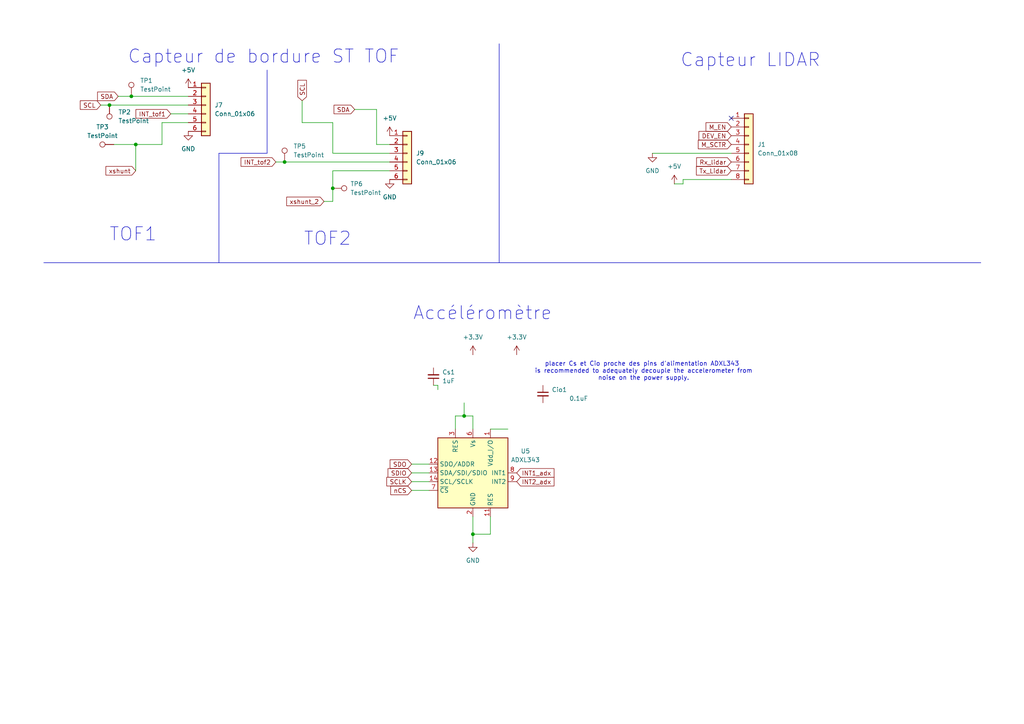
<source format=kicad_sch>
(kicad_sch (version 20231120) (generator "eeschema") (generator_version "8.0")
  (paper "A4")
  (lib_symbols
    (symbol "Connector:TestPoint" (pin_numbers hide) (pin_names (offset 0.762) hide)
      (property "Reference" "TP" (at 0 6.858 0))
      (property "Value" "TestPoint" (at 0 5.08 0))
      (symbol "TestPoint_0_1"
        (circle (center 0 3.302) (radius 0.762))
      )
      (symbol "TestPoint_1_1"
        (pin passive line (at 0 0 90) (length 2.54) (name "1") (number "1"))
      )
    )
    (symbol "Connector_Generic:Conn_01x06" (pin_names (offset 1.016) hide)
      (property "Reference" "J" (at 0 7.62 0))
      (property "Value" "Conn_01x06" (at 0 -10.16 0))
      (symbol "Conn_01x06_1_1"
        (rectangle (start -1.27 -7.493) (end 0 -7.747) (stroke (width 0.1524)))
        (rectangle (start -1.27 -4.953) (end 0 -5.207) (stroke (width 0.1524)))
        (rectangle (start -1.27 -2.413) (end 0 -2.667) (stroke (width 0.1524)))
        (rectangle (start -1.27 0.127) (end 0 -0.127) (stroke (width 0.1524)))
        (rectangle (start -1.27 2.667) (end 0 2.413) (stroke (width 0.1524)))
        (rectangle (start -1.27 5.207) (end 0 4.953) (stroke (width 0.1524)))
        (rectangle (start -1.27 6.35) (end 1.27 -8.89) (stroke (width 0.254)) (fill (type background)))
        (pin passive line (at -5.08 5.08 0) (length 3.81) (name "Pin_1") (number "1"))
        (pin passive line (at -5.08 2.54 0) (length 3.81) (name "Pin_2") (number "2"))
        (pin passive line (at -5.08 0 0) (length 3.81) (name "Pin_3") (number "3"))
        (pin passive line (at -5.08 -2.54 0) (length 3.81) (name "Pin_4") (number "4"))
        (pin passive line (at -5.08 -5.08 0) (length 3.81) (name "Pin_5") (number "5"))
        (pin passive line (at -5.08 -7.62 0) (length 3.81) (name "Pin_6") (number "6"))
      )
    )
    (symbol "Connector_Generic:Conn_01x08" (pin_names (offset 1.016) hide)
      (property "Reference" "J" (at 0 10.16 0))
      (property "Value" "Conn_01x08" (at 0 -12.7 0))
      (symbol "Conn_01x08_1_1"
        (rectangle (start -1.27 -10.033) (end 0 -10.287) (stroke (width 0.1524)))
        (rectangle (start -1.27 -7.493) (end 0 -7.747) (stroke (width 0.1524)))
        (rectangle (start -1.27 -4.953) (end 0 -5.207) (stroke (width 0.1524)))
        (rectangle (start -1.27 -2.413) (end 0 -2.667) (stroke (width 0.1524)))
        (rectangle (start -1.27 0.127) (end 0 -0.127) (stroke (width 0.1524)))
        (rectangle (start -1.27 2.667) (end 0 2.413) (stroke (width 0.1524)))
        (rectangle (start -1.27 5.207) (end 0 4.953) (stroke (width 0.1524)))
        (rectangle (start -1.27 7.747) (end 0 7.493) (stroke (width 0.1524)))
        (rectangle (start -1.27 8.89) (end 1.27 -11.43) (stroke (width 0.254)) (fill (type background)))
        (pin passive line (at -5.08 7.62 0) (length 3.81) (name "Pin_1") (number "1"))
        (pin passive line (at -5.08 5.08 0) (length 3.81) (name "Pin_2") (number "2"))
        (pin passive line (at -5.08 2.54 0) (length 3.81) (name "Pin_3") (number "3"))
        (pin passive line (at -5.08 0 0) (length 3.81) (name "Pin_4") (number "4"))
        (pin passive line (at -5.08 -2.54 0) (length 3.81) (name "Pin_5") (number "5"))
        (pin passive line (at -5.08 -5.08 0) (length 3.81) (name "Pin_6") (number "6"))
        (pin passive line (at -5.08 -7.62 0) (length 3.81) (name "Pin_7") (number "7"))
        (pin passive line (at -5.08 -10.16 0) (length 3.81) (name "Pin_8") (number "8"))
      )
    )
    (symbol "Device:C_Small" (pin_numbers hide) (pin_names (offset 0.254) hide)
      (property "Reference" "C" (at 0.254 1.778 0))
      (property "Value" "C_Small" (at 0.254 -2.032 0))
      (symbol "C_Small_0_1"
        (polyline (pts (xy -1.524 -0.508) (xy 1.524 -0.508)) (stroke (width 0.3302)))
        (polyline (pts (xy -1.524 0.508) (xy 1.524 0.508)) (stroke (width 0.3048)))
      )
      (symbol "C_Small_1_1"
        (pin passive line (at 0 2.54 270) (length 2.032) (name "~") (number "1"))
        (pin passive line (at 0 -2.54 90) (length 2.032) (name "~") (number "2"))
      )
    )
    (symbol "Sensor_Motion:ADXL343"
      (property "Reference" "U" (at -8.89 11.43 0))
      (property "Value" "ADXL343" (at -7.62 -11.43 0))
      (symbol "ADXL343_0_1"
        (rectangle (start -10.16 10.16) (end 10.16 -10.16) (stroke (width 0.254)) (fill (type background)))
      )
      (symbol "ADXL343_1_1"
        (pin power_in line (at 5.08 12.7 270) (length 2.54) (name "Vdd_I/O") (number "1"))
        (pin no_connect line (at -5.08 -10.16 90) (length 2.54) hide (name "NC") (number "10"))
        (pin passive line (at 5.08 -12.7 90) (length 2.54) (name "RES") (number "11"))
        (pin bidirectional line (at -12.7 2.54 0) (length 2.54) (name "SDO/ADDR") (number "12"))
        (pin bidirectional line (at -12.7 0 0) (length 2.54) (name "SDA/SDI/SDIO") (number "13"))
        (pin input line (at -12.7 -2.54 0) (length 2.54) (name "SCL/SCLK") (number "14"))
        (pin power_in line (at 0 -12.7 90) (length 2.54) (name "GND") (number "2"))
        (pin passive line (at -5.08 12.7 270) (length 2.54) (name "RES") (number "3"))
        (pin passive line (at 0 -12.7 90) (length 2.54) hide (name "GND") (number "4"))
        (pin passive line (at 0 -12.7 90) (length 2.54) hide (name "GND") (number "5"))
        (pin power_in line (at 0 12.7 270) (length 2.54) (name "Vs") (number "6"))
        (pin input line (at -12.7 -5.08 0) (length 2.54) (name "~{CS}") (number "7"))
        (pin output line (at 12.7 0 180) (length 2.54) (name "INT1") (number "8"))
        (pin output line (at 12.7 -2.54 180) (length 2.54) (name "INT2") (number "9"))
      )
    )
    (symbol "power:+3.3V" (power) (pin_numbers hide) (pin_names (offset 0) hide)
      (property "Value" "+3.3V" (at 0 3.556 0))
      (symbol "+3.3V_0_1"
        (polyline (pts (xy -0.762 1.27) (xy 0 2.54)))
        (polyline (pts (xy 0 0) (xy 0 2.54)))
        (polyline (pts (xy 0 2.54) (xy 0.762 1.27)))
      )
      (symbol "+3.3V_1_1"
        (pin power_in line (at 0 0 90) (length 0) (name "~") (number "1"))
      )
    )
    (symbol "power:+5V" (power) (pin_numbers hide) (pin_names (offset 0) hide)
      (property "Value" "+5V" (at 0 3.556 0))
      (symbol "+5V_0_1"
        (polyline (pts (xy -0.762 1.27) (xy 0 2.54)))
        (polyline (pts (xy 0 0) (xy 0 2.54)))
        (polyline (pts (xy 0 2.54) (xy 0.762 1.27)))
      )
      (symbol "+5V_1_1"
        (pin power_in line (at 0 0 90) (length 0) (name "~") (number "1"))
      )
    )
    (symbol "power:GND" (power) (pin_numbers hide) (pin_names (offset 0) hide)
      (property "Value" "GND" (at 0 -3.81 0))
      (symbol "GND_0_1"
        (polyline (pts (xy 0 0) (xy 0 -1.27) (xy 1.27 -1.27) (xy 0 -2.54) (xy -1.27 -1.27) (xy 0 -1.27)))
      )
      (symbol "GND_1_1"
        (pin power_in line (at 0 0 270) (length 0) (name "~") (number "1"))
      )
    )
  )
  (junction (at 96.52 54.61))
  (junction (at 134.62 120.65))
  (junction (at 137.16 154.94))
  (junction (at 82.55 46.99))
  (junction (at 39.37 41.91))
  (junction (at 31.75 30.48))
  (junction (at 38.1 27.94))
  (no_connect (at 212.09 34.29))
  (wire (pts (xy 96.52 49.53) (xy 113.03 49.53)))
  (wire (pts (xy 39.37 49.53) (xy 39.37 41.91)))
  (wire (pts (xy 134.62 120.65) (xy 137.16 120.65)))
  (wire (pts (xy 147.32 124.46) (xy 142.24 124.46)))
  (wire (pts (xy 93.98 58.42) (xy 96.52 58.42)))
  (wire (pts (xy 137.16 124.46) (xy 137.16 120.65)))
  (wire (pts (xy 137.16 149.86) (xy 137.16 154.94)))
  (wire (pts (xy 119.38 142.24) (xy 124.46 142.24)))
  (wire (pts (xy 87.63 35.56) (xy 96.52 35.56)))
  (wire (pts (xy 142.24 149.86) (xy 142.24 154.94)))
  (wire (pts (xy 34.29 27.94) (xy 38.1 27.94)))
  (polyline (pts (xy 144.78 76.2) (xy 284.48 76.2)))
  (wire (pts (xy 102.87 31.75) (xy 109.22 31.75)))
  (wire (pts (xy 198.12 52.07) (xy 212.09 52.07)))
  (wire (pts (xy 29.21 30.48) (xy 31.75 30.48)))
  (polyline (pts (xy 77.47 20.32) (xy 77.47 44.45)))
  (wire (pts (xy 82.55 46.99) (xy 113.03 46.99)))
  (wire (pts (xy 96.52 35.56) (xy 96.52 44.45)))
  (wire (pts (xy 46.99 35.56) (xy 46.99 41.91)))
  (wire (pts (xy 132.08 124.46) (xy 132.08 120.65)))
  (polyline (pts (xy 12.7 76.2) (xy 144.78 76.2)))
  (wire (pts (xy 132.08 120.65) (xy 134.62 120.65)))
  (wire (pts (xy 33.02 41.91) (xy 39.37 41.91)))
  (wire (pts (xy 39.37 41.91) (xy 46.99 41.91)))
  (wire (pts (xy 96.52 58.42) (xy 96.52 54.61)))
  (polyline (pts (xy 63.5 44.45) (xy 63.5 76.2)))
  (wire (pts (xy 96.52 44.45) (xy 113.03 44.45)))
  (wire (pts (xy 80.01 46.99) (xy 82.55 46.99)))
  (wire (pts (xy 137.16 154.94) (xy 137.16 157.48)))
  (polyline (pts (xy 77.47 44.45) (xy 63.5 44.45)))
  (wire (pts (xy 119.38 134.62) (xy 124.46 134.62)))
  (wire (pts (xy 198.12 53.34) (xy 198.12 52.07)))
  (wire (pts (xy 96.52 54.61) (xy 96.52 49.53)))
  (wire (pts (xy 46.99 35.56) (xy 54.61 35.56)))
  (wire (pts (xy 49.53 33.02) (xy 54.61 33.02)))
  (wire (pts (xy 109.22 41.91) (xy 113.03 41.91)))
  (wire (pts (xy 109.22 31.75) (xy 109.22 41.91)))
  (wire (pts (xy 119.38 139.7) (xy 124.46 139.7)))
  (wire (pts (xy 87.63 29.21) (xy 87.63 35.56)))
  (wire (pts (xy 134.62 120.65) (xy 134.62 116.84)))
  (wire (pts (xy 127 111.76) (xy 125.73 111.76)))
  (wire (pts (xy 31.75 30.48) (xy 54.61 30.48)))
  (wire (pts (xy 137.16 154.94) (xy 142.24 154.94)))
  (wire (pts (xy 38.1 27.94) (xy 54.61 27.94)))
  (wire (pts (xy 119.38 137.16) (xy 124.46 137.16)))
  (polyline (pts (xy 144.78 12.7) (xy 144.78 76.2)))
  (wire (pts (xy 189.23 44.45) (xy 212.09 44.45)))
  (wire (pts (xy 127 111.76) (xy 127 113.03)))
  (wire (pts (xy 195.58 53.34) (xy 198.12 53.34)))
  (text "TOF1" (at 38.608 68.072 0) (effects (font (size 3.81 3.81))))
  (text "Accéléromètre" (at 139.954 90.932 0) (effects (font (size 3.81 3.81))))
  (text "TOF2" (at 94.996 69.342 0) (effects (font (size 3.81 3.81))))
  (text "Capteur de bordure ST TOF" (at 76.454 16.51 0) (effects (font (size 3.81 3.81))))
  (text "placer Cs et Cio proche des pins d'alimentation ADXL343 \nis recommended to adequately decouple the accelerometer from\nnoise on the power supply." (at 186.69 107.696 0) (effects (font (size 1.27 1.27))))
  (text "Capteur LIDAR" (at 217.678 17.526 0) (effects (font (size 3.81 3.81))))
  (global_label "DEV_EN" (shape input) (at 212.09 39.37 180) (property "Intersheetrefs" "${INTERSHEET_REFS}" (effects (hide yes))))
  (global_label "SDIO" (shape input) (at 119.38 137.16 180) (property "Intersheetrefs" "${INTERSHEET_REFS}" (effects (hide yes))))
  (global_label "INT_tof1" (shape input) (at 49.53 33.02 180) (property "Intersheetrefs" "${INTERSHEET_REFS}" (effects (hide yes))))
  (global_label "xshunt" (shape input) (at 39.37 49.53 180) (property "Intersheetrefs" "${INTERSHEET_REFS}" (effects (hide yes))))
  (global_label "INT1_adx" (shape input) (at 149.86 137.16 0) (property "Intersheetrefs" "${INTERSHEET_REFS}" (effects (hide yes))))
  (global_label "SCL" (shape input) (at 87.63 29.21 90) (property "Intersheetrefs" "${INTERSHEET_REFS}" (effects (hide yes))))
  (global_label "INT2_adx" (shape input) (at 149.86 139.7 0) (property "Intersheetrefs" "${INTERSHEET_REFS}" (effects (hide yes))))
  (global_label "xshunt_2" (shape input) (at 93.98 58.42 180) (property "Intersheetrefs" "${INTERSHEET_REFS}" (effects (hide yes))))
  (global_label "INT_tof2" (shape input) (at 80.01 46.99 180) (property "Intersheetrefs" "${INTERSHEET_REFS}" (effects (hide yes))))
  (global_label "M_EN" (shape input) (at 212.09 36.83 180) (property "Intersheetrefs" "${INTERSHEET_REFS}" (effects (hide yes))))
  (global_label "Tx_Lidar" (shape input) (at 212.09 49.53 180) (property "Intersheetrefs" "${INTERSHEET_REFS}" (effects (hide yes))))
  (global_label "Rx_lidar" (shape input) (at 212.09 46.99 180) (property "Intersheetrefs" "${INTERSHEET_REFS}" (effects (hide yes))))
  (global_label "nCS" (shape input) (at 119.38 142.24 180) (property "Intersheetrefs" "${INTERSHEET_REFS}" (effects (hide yes))))
  (global_label "SDA" (shape input) (at 34.29 27.94 180) (property "Intersheetrefs" "${INTERSHEET_REFS}" (effects (hide yes))))
  (global_label "SCL" (shape input) (at 29.21 30.48 180) (property "Intersheetrefs" "${INTERSHEET_REFS}" (effects (hide yes))))
  (global_label "SDO" (shape input) (at 119.38 134.62 180) (property "Intersheetrefs" "${INTERSHEET_REFS}" (effects (hide yes))))
  (global_label "SDA" (shape input) (at 102.87 31.75 180) (property "Intersheetrefs" "${INTERSHEET_REFS}" (effects (hide yes))))
  (global_label "M_SCTR" (shape input) (at 212.09 41.91 180) (property "Intersheetrefs" "${INTERSHEET_REFS}" (effects (hide yes))))
  (global_label "SCLK" (shape input) (at 119.38 139.7 180) (property "Intersheetrefs" "${INTERSHEET_REFS}" (effects (hide yes))))
  (symbol (lib_id "power:+3.3V") (at 149.86 102.87 0) (unit 1)
    (property "Reference" "#PWR061" (effects (hide yes)))
    (property "Value" "+3.3V" (at 149.86 97.79 0))
    (property "Description" "Power symbol creates a global label with name \"+3.3V\"" (effects (hide yes)))
  )
  (symbol (lib_id "Connector:TestPoint") (at 38.1 27.94 0) (unit 1)
    (property "Reference" "TP1" (at 40.64 23.3679 0) (effects (justify left)))
    (property "Value" "TestPoint" (at 40.64 25.9079 0) (effects (justify left)))
    (property "Description" "test point" (effects (hide yes)))
  )
  (symbol (lib_id "power:GND") (at 54.61 38.1 0) (unit 1)
    (property "Reference" "#PWR01" (effects (hide yes)))
    (property "Value" "GND" (at 54.61 43.18 0))
    (property "Description" "Power symbol creates a global label with name \"GND\" , ground" (effects (hide yes)))
  )
  (symbol (lib_id "Connector:TestPoint") (at 31.75 30.48 180) (unit 1)
    (property "Reference" "TP2" (at 34.29 32.5119 0) (effects (justify right)))
    (property "Value" "TestPoint" (at 34.29 35.0519 0) (effects (justify right)))
    (property "Description" "test point" (effects (hide yes)))
  )
  (symbol (lib_id "power:+5V") (at 54.61 25.4 0) (unit 1)
    (property "Reference" "#PWR023" (effects (hide yes)))
    (property "Value" "+5V" (at 54.61 20.32 0))
    (property "Description" "Power symbol creates a global label with name \"+5V\"" (effects (hide yes)))
  )
  (symbol (lib_id "Connector_Generic:Conn_01x06") (at 118.11 44.45 0) (unit 1)
    (property "Reference" "J9" (at 120.65 44.4499 0) (effects (justify left)))
    (property "Value" "Conn_01x06" (at 120.65 46.9899 0) (effects (justify left)))
    (property "Description" "Generic connector, single row, 01x06, script generated (kicad-library-utils/schlib/autogen/connector/)" (effects (hide yes)))
  )
  (symbol (lib_id "power:GND") (at 113.03 52.07 0) (unit 1)
    (property "Reference" "#PWR060" (effects (hide yes)))
    (property "Value" "GND" (at 113.03 57.15 0))
    (property "Description" "Power symbol creates a global label with name \"GND\" , ground" (effects (hide yes)))
  )
  (symbol (lib_id "Connector_Generic:Conn_01x08") (at 217.17 41.91 0) (unit 1)
    (property "Reference" "J1" (at 219.71 41.9099 0) (effects (justify left)))
    (property "Value" "Conn_01x08" (at 219.71 44.4499 0) (effects (justify left)))
    (property "Footprint" "Connector_JST:JST_XH_S8B-XH-A_1x08_P2.50mm_Horizontal" (effects (hide yes)))
    (property "Description" "Generic connector, single row, 01x08, script generated (kicad-library-utils/schlib/autogen/connector/)" (effects (hide yes)))
  )
  (symbol (lib_id "power:+5V") (at 195.58 53.34 0) (unit 1)
    (property "Reference" "#PWR022" (effects (hide yes)))
    (property "Value" "+5V" (at 195.58 48.26 0))
    (property "Description" "Power symbol creates a global label with name \"+5V\"" (effects (hide yes)))
  )
  (symbol (lib_id "Connector:TestPoint") (at 96.52 54.61 270) (unit 1)
    (property "Reference" "TP6" (at 101.6 53.3399 90) (effects (justify left)))
    (property "Value" "TestPoint" (at 101.6 55.8799 90) (effects (justify left)))
    (property "Description" "test point" (effects (hide yes)))
  )
  (symbol (lib_id "power:+5V") (at 113.03 39.37 0) (unit 1)
    (property "Reference" "#PWR059" (effects (hide yes)))
    (property "Value" "+5V" (at 113.03 34.29 0))
    (property "Description" "Power symbol creates a global label with name \"+5V\"" (effects (hide yes)))
  )
  (symbol (lib_id "power:GND") (at 189.23 44.45 0) (unit 1)
    (property "Reference" "#PWR062" (effects (hide yes)))
    (property "Value" "GND" (at 189.23 49.53 0))
    (property "Description" "Power symbol creates a global label with name \"GND\" , ground" (effects (hide yes)))
  )
  (symbol (lib_id "Connector:TestPoint") (at 33.02 41.91 90) (unit 1)
    (property "Reference" "TP3" (at 29.718 36.83 90))
    (property "Value" "TestPoint" (at 29.718 39.37 90))
    (property "Description" "test point" (effects (hide yes)))
  )
  (symbol (lib_id "Sensor_Motion:ADXL343") (at 137.16 137.16 0) (unit 1)
    (property "Reference" "U5" (at 152.4 130.8414 0))
    (property "Value" "ADXL343" (at 152.4 133.3814 0))
    (property "Footprint" "Package_LGA:LGA-14_3x5mm_P0.8mm_LayoutBorder1x6y" (effects (hide yes)))
    (property "Datasheet" "https://www.analog.com/media/en/technical-documentation/data-sheets/ADXL343.pdf" (effects (hide yes)))
    (property "Description" "3-Axis MEMS Accelerometer, 2/4/8/16g range, I2C/SPI, LGA-14" (effects (hide yes)))
  )
  (symbol (lib_id "Connector_Generic:Conn_01x06") (at 59.69 30.48 0) (unit 1)
    (property "Reference" "J7" (at 62.23 30.4799 0) (effects (justify left)))
    (property "Value" "Conn_01x06" (at 62.23 33.0199 0) (effects (justify left)))
    (property "Description" "Generic connector, single row, 01x06, script generated (kicad-library-utils/schlib/autogen/connector/)" (effects (hide yes)))
  )
  (symbol (lib_id "power:GND") (at 137.16 157.48 0) (unit 1)
    (property "Reference" "#PWR058" (effects (hide yes)))
    (property "Value" "GND" (at 137.16 162.56 0))
    (property "Description" "Power symbol creates a global label with name \"GND\" , ground" (effects (hide yes)))
  )
  (symbol (lib_id "power:+3.3V") (at 137.16 102.87 0) (unit 1)
    (property "Reference" "#PWR025" (effects (hide yes)))
    (property "Value" "+3.3V" (at 137.16 97.79 0))
    (property "Description" "Power symbol creates a global label with name \"+3.3V\"" (effects (hide yes)))
  )
  (symbol (lib_id "Device:C_Small") (at 125.73 109.22 180) (unit 1)
    (property "Reference" "Cs1" (at 128.27 107.9435 0) (effects (justify right)))
    (property "Value" "1uF" (at 128.27 110.4835 0) (effects (justify right)))
    (property "Description" "Unpolarized capacitor, small symbol" (effects (hide yes)))
  )
  (symbol (lib_id "Connector:TestPoint") (at 82.55 46.99 0) (unit 1)
    (property "Reference" "TP5" (at 85.09 42.4179 0) (effects (justify left)))
    (property "Value" "TestPoint" (at 85.09 44.9579 0) (effects (justify left)))
    (property "Description" "test point" (effects (hide yes)))
  )
  (symbol (lib_id "Device:C_Small") (at 157.48 114.3 0) (unit 1)
    (property "Reference" "Cio1" (at 160.02 113.0362 0) (effects (justify left)))
    (property "Value" "0.1uF" (at 165.1 115.5762 0) (effects (justify left)))
    (property "Description" "Unpolarized capacitor, small symbol" (effects (hide yes)))
  )
)
</source>
